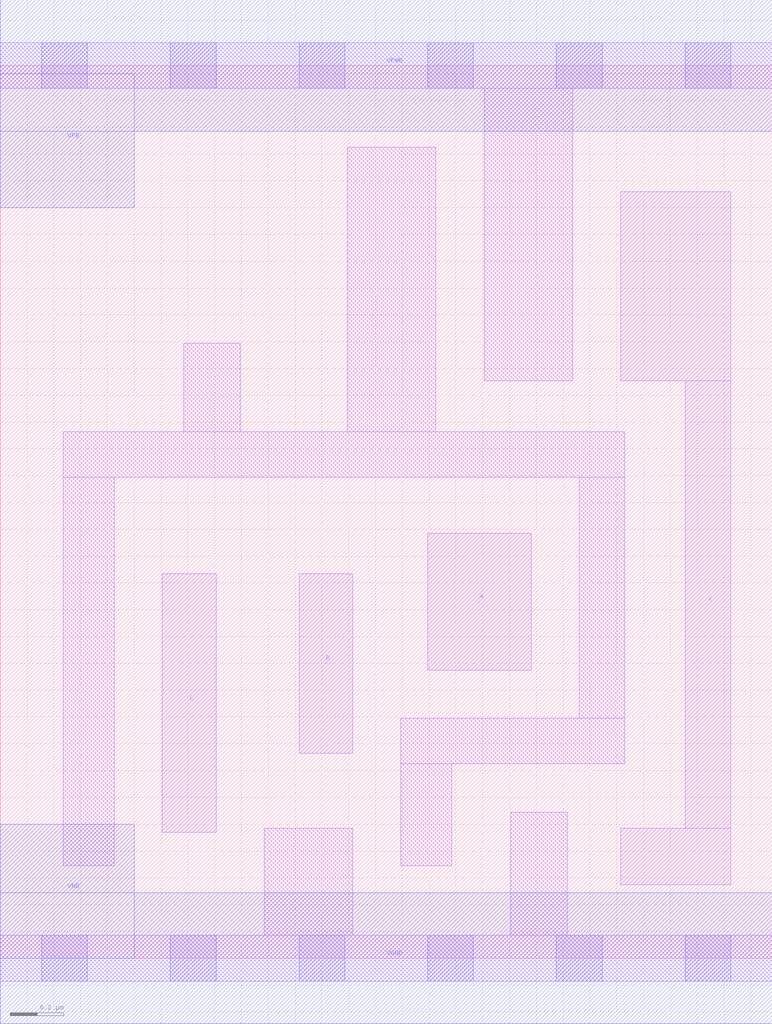
<source format=lef>
# Copyright 2020 The SkyWater PDK Authors
#
# Licensed under the Apache License, Version 2.0 (the "License");
# you may not use this file except in compliance with the License.
# You may obtain a copy of the License at
#
#     https://www.apache.org/licenses/LICENSE-2.0
#
# Unless required by applicable law or agreed to in writing, software
# distributed under the License is distributed on an "AS IS" BASIS,
# WITHOUT WARRANTIES OR CONDITIONS OF ANY KIND, either express or implied.
# See the License for the specific language governing permissions and
# limitations under the License.
#
# SPDX-License-Identifier: Apache-2.0

VERSION 5.5 ;
NAMESCASESENSITIVE ON ;
BUSBITCHARS "[]" ;
DIVIDERCHAR "/" ;
MACRO sky130_fd_sc_lp__or3_m
  CLASS CORE ;
  SOURCE USER ;
  ORIGIN  0.000000  0.000000 ;
  SIZE  2.880000 BY  3.330000 ;
  SYMMETRY X Y R90 ;
  SITE unit ;
  PIN A
    ANTENNAGATEAREA  0.126000 ;
    DIRECTION INPUT ;
    USE SIGNAL ;
    PORT
      LAYER li1 ;
        RECT 1.595000 1.075000 1.980000 1.585000 ;
    END
  END A
  PIN B
    ANTENNAGATEAREA  0.126000 ;
    DIRECTION INPUT ;
    USE SIGNAL ;
    PORT
      LAYER li1 ;
        RECT 1.115000 0.765000 1.315000 1.435000 ;
    END
  END B
  PIN C
    ANTENNAGATEAREA  0.126000 ;
    DIRECTION INPUT ;
    USE SIGNAL ;
    PORT
      LAYER li1 ;
        RECT 0.605000 0.470000 0.805000 1.435000 ;
    END
  END C
  PIN X
    ANTENNADIFFAREA  0.222600 ;
    DIRECTION OUTPUT ;
    USE SIGNAL ;
    PORT
      LAYER li1 ;
        RECT 2.315000 0.275000 2.725000 0.485000 ;
        RECT 2.315000 2.155000 2.725000 2.860000 ;
        RECT 2.555000 0.485000 2.725000 2.155000 ;
    END
  END X
  PIN VGND
    DIRECTION INOUT ;
    USE GROUND ;
    PORT
      LAYER met1 ;
        RECT 0.000000 -0.245000 2.880000 0.245000 ;
    END
  END VGND
  PIN VNB
    DIRECTION INOUT ;
    USE GROUND ;
    PORT
      LAYER met1 ;
        RECT 0.000000 0.000000 0.500000 0.500000 ;
    END
  END VNB
  PIN VPB
    DIRECTION INOUT ;
    USE POWER ;
    PORT
      LAYER met1 ;
        RECT 0.000000 2.800000 0.500000 3.300000 ;
    END
  END VPB
  PIN VPWR
    DIRECTION INOUT ;
    USE POWER ;
    PORT
      LAYER met1 ;
        RECT 0.000000 3.085000 2.880000 3.575000 ;
    END
  END VPWR
  OBS
    LAYER li1 ;
      RECT 0.000000 -0.085000 2.880000 0.085000 ;
      RECT 0.000000  3.245000 2.880000 3.415000 ;
      RECT 0.235000  0.345000 0.425000 1.795000 ;
      RECT 0.235000  1.795000 2.330000 1.965000 ;
      RECT 0.685000  1.965000 0.895000 2.295000 ;
      RECT 0.985000  0.085000 1.315000 0.485000 ;
      RECT 1.295000  1.965000 1.625000 3.025000 ;
      RECT 1.495000  0.345000 1.685000 0.725000 ;
      RECT 1.495000  0.725000 2.330000 0.895000 ;
      RECT 1.805000  2.155000 2.135000 3.245000 ;
      RECT 1.905000  0.085000 2.115000 0.545000 ;
      RECT 2.160000  0.895000 2.330000 1.795000 ;
    LAYER mcon ;
      RECT 0.155000 -0.085000 0.325000 0.085000 ;
      RECT 0.155000  3.245000 0.325000 3.415000 ;
      RECT 0.635000 -0.085000 0.805000 0.085000 ;
      RECT 0.635000  3.245000 0.805000 3.415000 ;
      RECT 1.115000 -0.085000 1.285000 0.085000 ;
      RECT 1.115000  3.245000 1.285000 3.415000 ;
      RECT 1.595000 -0.085000 1.765000 0.085000 ;
      RECT 1.595000  3.245000 1.765000 3.415000 ;
      RECT 2.075000 -0.085000 2.245000 0.085000 ;
      RECT 2.075000  3.245000 2.245000 3.415000 ;
      RECT 2.555000 -0.085000 2.725000 0.085000 ;
      RECT 2.555000  3.245000 2.725000 3.415000 ;
  END
END sky130_fd_sc_lp__or3_m

</source>
